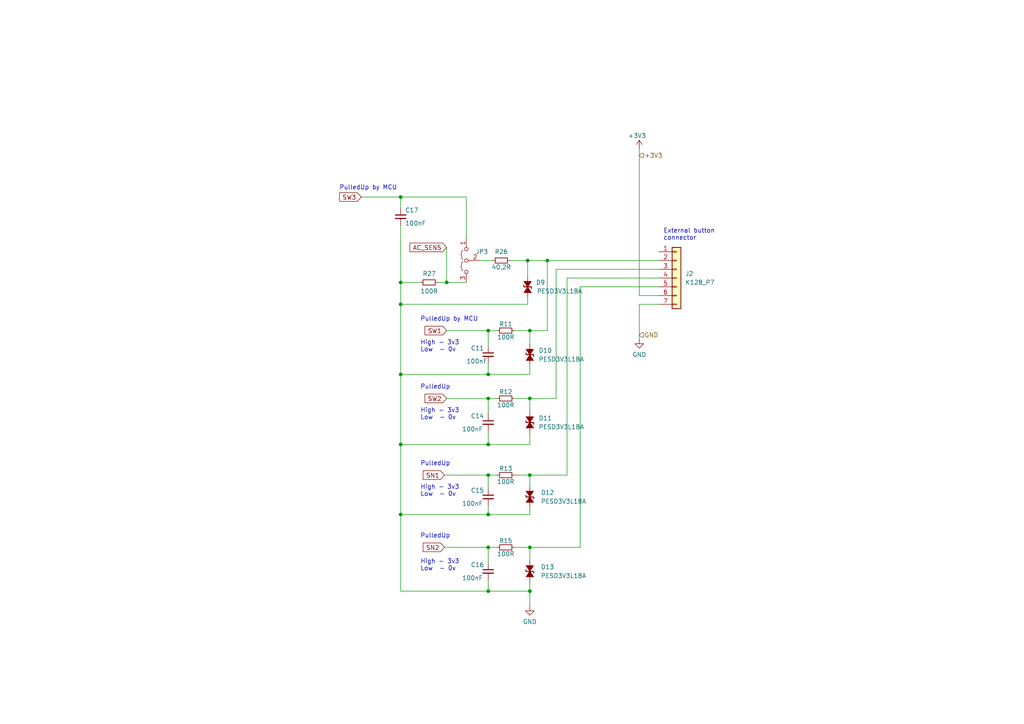
<source format=kicad_sch>
(kicad_sch (version 20250114) (generator "eeschema") (generator_version "9.0")
  (paper "A4")
  (title_block (date "2023-10-01") (rev "12"))
  (lib_symbols
    (symbol "C_Small_1" (pin_numbers (hide yes)) (pin_names (offset 0.254) (hide yes))
      (property "Reference" "C11" (at -5.08 1.905 0))
      (property "Value" "100nF" (at -6.35 -1.905 0))
      (symbol "C_Small_1_0_1"
        (polyline (pts (xy -1.524 0.508) (xy 1.524 0.508)) (stroke (width 0.3048)))
        (polyline (pts (xy -1.524 -0.508) (xy 1.524 -0.508)) (stroke (width 0.3302)))
      )
      (symbol "C_Small_1_1_1"
        (pin passive line (at 0 2.54 270) (length 2.032) (name "~") (number "1"))
        (pin passive line (at 0 -2.54 90) (length 2.032) (name "~") (number "2"))
      )
    )
    (symbol "Connector_Generic:Conn_01x07" (pin_names (offset 1.016) (hide yes))
      (property "Reference" "J" (at 0 10.16 0))
      (property "Value" "Conn_01x07" (at 0 -10.16 0))
      (symbol "Conn_01x07_1_1"
        (rectangle (start -1.27 8.89) (end 1.27 -8.89) (stroke (width 0.254)) (fill (type background)))
        (rectangle (start -1.27 7.747) (end 0 7.493) (stroke (width 0.1524)))
        (rectangle (start -1.27 5.207) (end 0 4.953) (stroke (width 0.1524)))
        (rectangle (start -1.27 2.667) (end 0 2.413) (stroke (width 0.1524)))
        (rectangle (start -1.27 0.127) (end 0 -0.127) (stroke (width 0.1524)))
        (rectangle (start -1.27 -2.413) (end 0 -2.667) (stroke (width 0.1524)))
        (rectangle (start -1.27 -4.953) (end 0 -5.207) (stroke (width 0.1524)))
        (rectangle (start -1.27 -7.493) (end 0 -7.747) (stroke (width 0.1524)))
        (pin passive line (at -5.08 7.62 0) (length 3.81) (name "Pin_1") (number "1"))
        (pin passive line (at -5.08 5.08 0) (length 3.81) (name "Pin_2") (number "2"))
        (pin passive line (at -5.08 2.54 0) (length 3.81) (name "Pin_3") (number "3"))
        (pin passive line (at -5.08 0 0) (length 3.81) (name "Pin_4") (number "4"))
        (pin passive line (at -5.08 -2.54 0) (length 3.81) (name "Pin_5") (number "5"))
        (pin passive line (at -5.08 -5.08 0) (length 3.81) (name "Pin_6") (number "6"))
        (pin passive line (at -5.08 -7.62 0) (length 3.81) (name "Pin_7") (number "7"))
      )
    )
    (symbol "Device:C_Small" (pin_numbers (hide yes)) (pin_names (offset 0.254) (hide yes))
      (property "Reference" "C" (at 0.254 1.778 0))
      (property "Value" "C_Small" (at 0.254 -2.032 0))
      (symbol "C_Small_0_1"
        (polyline (pts (xy -1.524 0.508) (xy 1.524 0.508)) (stroke (width 0.3048)))
        (polyline (pts (xy -1.524 -0.508) (xy 1.524 -0.508)) (stroke (width 0.3302)))
      )
      (symbol "C_Small_1_1"
        (pin passive line (at 0 2.54 270) (length 2.032) (name "~") (number "1"))
        (pin passive line (at 0 -2.54 90) (length 2.032) (name "~") (number "2"))
      )
    )
    (symbol "Device:R_Small" (pin_numbers (hide yes)) (pin_names (offset 0.254) (hide yes))
      (property "Reference" "R" (at 0.762 0.508 0))
      (property "Value" "R_Small" (at 0.762 -1.016 0))
      (symbol "R_Small_0_1"
        (rectangle (start -0.762 1.778) (end 0.762 -1.778) (stroke (width 0.2032)))
      )
      (symbol "R_Small_1_1"
        (pin passive line (at 0 2.54 270) (length 0.762) (name "~") (number "1"))
        (pin passive line (at 0 -2.54 90) (length 0.762) (name "~") (number "2"))
      )
    )
    (symbol "Jumper:Jumper_3_Open" (pin_names (offset 0) (hide yes))
      (property "Reference" "JP" (at -2.54 -2.54 0))
      (property "Value" "Jumper_3_Open" (at 0 2.794 0))
      (symbol "Jumper_3_Open_0_0"
        (circle (center -3.302 0) (radius 0.508))
        (circle (center 0 0) (radius 0.508))
        (circle (center 3.302 0) (radius 0.508))
      )
      (symbol "Jumper_3_Open_0_1"
        (arc (start -3.048 1.016) (mid -1.651 1.4992) (end -0.254 1.016))
        (polyline (pts (xy 0 -0.508) (xy 0 -1.27)))
        (arc (start 0.254 1.016) (mid 1.651 1.4992) (end 3.048 1.016))
      )
      (symbol "Jumper_3_Open_1_1"
        (pin passive line (at -6.35 0 0) (length 2.54) (name "A") (number "1"))
        (pin passive line (at 0 -3.81 90) (length 2.54) (name "C") (number "2"))
        (pin passive line (at 6.35 0 180) (length 2.54) (name "B") (number "3"))
      )
    )
    (symbol "Power_Protection_Local:PESD3V3L1BA" (pin_numbers (hide yes)) (pin_names (offset 0.254) (hide yes))
      (property "Reference" "D" (at -0.7112 2.6416 0))
      (property "Value" "PESD3V3L1BA" (at -0.635 -2.286 0))
      (symbol "PESD3V3L1BA_0_1"
        (polyline (pts (xy -1.651 -1.016) (xy -0.127 0) (xy -1.651 1.016) (xy -1.651 -1.016)) (stroke (width 0.254)) (fill (type outline)))
        (polyline (pts (xy -0.506 -1.1163) (xy 0.002 -1.1163) (xy 0.002 0.9157)) (stroke (width 0.254)))
        (polyline (pts (xy 0.508 1.1176) (xy 0 1.1176) (xy 0 -0.9144)) (stroke (width 0.254)))
        (polyline (pts (xy 1.524 1.016) (xy 0 0) (xy 1.524 -1.016) (xy 1.524 1.016)) (stroke (width 0.254)) (fill (type outline)))
      )
      (symbol "PESD3V3L1BA_1_1"
        (pin passive line (at -3.175 0 0) (length 1.778) (name "K") (number "1"))
        (pin passive line (at 3.175 0 180) (length 1.778) (name "A") (number "2"))
      )
    )
    (symbol "power:+3V3" (power) (pin_names (offset 0))
      (property "Value" "+3V3" (at 0 3.556 0))
      (symbol "+3V3_0_1"
        (polyline (pts (xy -0.762 1.27) (xy 0 2.54)))
        (polyline (pts (xy 0 2.54) (xy 0.762 1.27)))
        (polyline (pts (xy 0 0) (xy 0 2.54)))
      )
      (symbol "+3V3_1_1"
        (pin power_in line (at 0 0 90) (length 0) (hide yes) (name "+3V3") (number "1"))
      )
    )
    (symbol "power:GND" (power) (pin_names (offset 0))
      (property "Value" "GND" (at 0 -3.81 0))
      (symbol "GND_0_1"
        (polyline (pts (xy 0 0) (xy 0 -1.27) (xy 1.27 -1.27) (xy 0 -2.54) (xy -1.27 -1.27) (xy 0 -1.27)))
      )
      (symbol "GND_1_1"
        (pin power_in line (at 0 0 270) (length 0) (hide yes) (name "GND") (number "1"))
      )
    )
  )
  (text "External button\nconnector" (at 192.405 69.85 0) (effects (font (size 1.27 1.27)) (justify left bottom)))
  (text "PulledUp" (at 121.92 156.21 0) (effects (font (size 1.27 1.27)) (justify left bottom)))
  (text "PulledUp by MCU" (at 98.425 55.245 0) (effects (font (size 1.27 1.27)) (justify left bottom)))
  (text "PulledUp" (at 121.92 113.03 0) (effects (font (size 1.27 1.27)) (justify left bottom)))
  (text "High - 3v3\nLow  - 0v" (at 121.92 144.145 0) (effects (font (size 1.27 1.27)) (justify left bottom)))
  (text "High - 3v3\nLow  - 0v" (at 121.92 121.92 0) (effects (font (size 1.27 1.27)) (justify left bottom)))
  (text "High - 3v3\nLow  - 0v" (at 121.92 102.235 0) (effects (font (size 1.27 1.27)) (justify left bottom)))
  (text "PulledUp" (at 121.92 135.255 0) (effects (font (size 1.27 1.27)) (justify left bottom)))
  (text "PulledUp by MCU" (at 121.92 93.345 0) (effects (font (size 1.27 1.27)) (justify left bottom)))
  (text "High - 3v3\nLow  - 0v" (at 121.92 165.735 0) (effects (font (size 1.27 1.27)) (justify left bottom)))
  (junction (at 116.205 108.585))
  (junction (at 141.605 95.885))
  (junction (at 141.605 115.57))
  (junction (at 141.605 108.585))
  (junction (at 141.605 137.795))
  (junction (at 153.67 95.885))
  (junction (at 116.205 149.225))
  (junction (at 141.605 149.225))
  (junction (at 153.035 75.565))
  (junction (at 116.205 81.915))
  (junction (at 158.75 75.565))
  (junction (at 116.205 128.905))
  (junction (at 141.605 158.75))
  (junction (at 153.67 115.57))
  (junction (at 141.605 128.905))
  (junction (at 153.67 158.75))
  (junction (at 116.205 57.15))
  (junction (at 141.605 171.45))
  (junction (at 116.205 88.265))
  (junction (at 153.67 137.795))
  (junction (at 153.67 171.45))
  (junction (at 129.54 81.915))
  (wire (pts (xy 153.67 149.225) (xy 153.67 147.32)))
  (wire (pts (xy 129.54 71.755) (xy 129.54 81.915)))
  (wire (pts (xy 116.205 57.15) (xy 116.205 60.325)))
  (wire (pts (xy 141.605 115.57) (xy 144.145 115.57)))
  (wire (pts (xy 141.605 158.75) (xy 144.145 158.75)))
  (wire (pts (xy 116.205 81.915) (xy 121.92 81.915)))
  (wire (pts (xy 149.225 158.75) (xy 153.67 158.75)))
  (wire (pts (xy 153.67 158.75) (xy 168.275 158.75)))
  (wire (pts (xy 116.205 149.225) (xy 141.605 149.225)))
  (wire (pts (xy 116.205 128.905) (xy 116.205 149.225)))
  (wire (pts (xy 128.905 158.75) (xy 141.605 158.75)))
  (wire (pts (xy 164.465 80.645) (xy 191.135 80.645)))
  (wire (pts (xy 141.605 125.095) (xy 141.605 128.905)))
  (wire (pts (xy 164.465 137.795) (xy 164.465 80.645)))
  (wire (pts (xy 153.67 137.795) (xy 164.465 137.795)))
  (wire (pts (xy 185.42 88.265) (xy 191.135 88.265)))
  (wire (pts (xy 153.67 171.45) (xy 153.67 175.895)))
  (wire (pts (xy 153.67 106.045) (xy 153.67 108.585)))
  (wire (pts (xy 116.205 108.585) (xy 116.205 128.905)))
  (wire (pts (xy 116.205 57.15) (xy 135.255 57.15)))
  (wire (pts (xy 153.035 75.565) (xy 158.75 75.565)))
  (wire (pts (xy 185.42 88.265) (xy 185.42 98.425)))
  (wire (pts (xy 153.67 95.885) (xy 158.75 95.885)))
  (wire (pts (xy 141.605 105.41) (xy 141.605 108.585)))
  (wire (pts (xy 141.605 95.885) (xy 141.605 100.33)))
  (wire (pts (xy 116.205 88.265) (xy 153.035 88.265)))
  (wire (pts (xy 141.605 115.57) (xy 141.605 120.015)))
  (wire (pts (xy 153.67 158.75) (xy 153.67 162.56)))
  (wire (pts (xy 153.67 128.905) (xy 153.67 125.73)))
  (wire (pts (xy 168.275 158.75) (xy 168.275 83.185)))
  (wire (pts (xy 141.605 149.225) (xy 153.67 149.225)))
  (wire (pts (xy 127 81.915) (xy 129.54 81.915)))
  (wire (pts (xy 135.255 57.15) (xy 135.255 69.215)))
  (wire (pts (xy 147.955 75.565) (xy 153.035 75.565)))
  (wire (pts (xy 153.67 171.45) (xy 153.67 168.91)))
  (wire (pts (xy 141.605 158.75) (xy 141.605 163.195)))
  (wire (pts (xy 129.54 81.915) (xy 135.255 81.915)))
  (wire (pts (xy 168.275 83.185) (xy 191.135 83.185)))
  (wire (pts (xy 116.205 171.45) (xy 141.605 171.45)))
  (wire (pts (xy 116.205 128.905) (xy 141.605 128.905)))
  (wire (pts (xy 116.205 81.915) (xy 116.205 88.265)))
  (wire (pts (xy 149.225 137.795) (xy 153.67 137.795)))
  (wire (pts (xy 153.67 115.57) (xy 153.67 119.38)))
  (wire (pts (xy 185.42 43.18) (xy 185.42 85.725)))
  (wire (pts (xy 185.42 85.725) (xy 191.135 85.725)))
  (wire (pts (xy 158.75 75.565) (xy 191.135 75.565)))
  (wire (pts (xy 153.67 137.795) (xy 153.67 140.97)))
  (wire (pts (xy 141.605 128.905) (xy 153.67 128.905)))
  (wire (pts (xy 116.205 65.405) (xy 116.205 81.915)))
  (wire (pts (xy 153.035 75.565) (xy 153.035 80.01)))
  (wire (pts (xy 141.605 108.585) (xy 153.67 108.585)))
  (wire (pts (xy 116.205 149.225) (xy 116.205 171.45)))
  (wire (pts (xy 129.54 115.57) (xy 141.605 115.57)))
  (wire (pts (xy 153.67 115.57) (xy 161.29 115.57)))
  (wire (pts (xy 161.29 78.105) (xy 191.135 78.105)))
  (wire (pts (xy 141.605 168.275) (xy 141.605 171.45)))
  (wire (pts (xy 141.605 149.225) (xy 141.605 146.685)))
  (wire (pts (xy 153.035 86.36) (xy 153.035 88.265)))
  (wire (pts (xy 141.605 108.585) (xy 116.205 108.585)))
  (wire (pts (xy 141.605 95.885) (xy 144.145 95.885)))
  (wire (pts (xy 149.225 115.57) (xy 153.67 115.57)))
  (wire (pts (xy 129.54 95.885) (xy 141.605 95.885)))
  (wire (pts (xy 153.67 95.885) (xy 153.67 99.695)))
  (wire (pts (xy 128.905 137.795) (xy 141.605 137.795)))
  (wire (pts (xy 141.605 137.795) (xy 141.605 141.605)))
  (wire (pts (xy 104.775 57.15) (xy 116.205 57.15)))
  (wire (pts (xy 149.225 95.885) (xy 153.67 95.885)))
  (wire (pts (xy 141.605 171.45) (xy 153.67 171.45)))
  (wire (pts (xy 141.605 137.795) (xy 144.145 137.795)))
  (wire (pts (xy 161.29 115.57) (xy 161.29 78.105)))
  (wire (pts (xy 116.205 88.265) (xy 116.205 108.585)))
  (wire (pts (xy 158.75 75.565) (xy 158.75 95.885)))
  (wire (pts (xy 139.065 75.565) (xy 142.875 75.565)))
  (global_label "AC_SENS" (shape input) (at 129.54 71.755 180) (property "Intersheetrefs" "${INTERSHEET_REFS}" (effects (hide yes))))
  (global_label "SW2" (shape input) (at 129.54 115.57 180) (property "Intersheetrefs" "${INTERSHEET_REFS}" (effects (hide yes))))
  (global_label "SN1" (shape input) (at 128.905 137.795 180) (property "Intersheetrefs" "${INTERSHEET_REFS}" (effects (hide yes))))
  (global_label "SN2" (shape input) (at 128.905 158.75 180) (property "Intersheetrefs" "${INTERSHEET_REFS}" (effects (hide yes))))
  (global_label "SW3" (shape input) (at 104.775 57.15 180) (property "Intersheetrefs" "${INTERSHEET_REFS}" (effects (hide yes))))
  (global_label "SW1" (shape input) (at 129.54 95.885 180) (property "Intersheetrefs" "${INTERSHEET_REFS}" (effects (hide yes))))
  (hierarchical_label "GND" (shape input) (at 185.42 97.155 0))
  (hierarchical_label "+3V3" (shape input) (at 185.42 45.085 0))
  (symbol (lib_id "power:+3V3") (at 185.42 43.18 0) (unit 1)
    (property "Reference" "#PWR037" (effects (hide yes)))
    (property "Value" "+3V3" (at 184.785 39.37 0))
  )
  (symbol (lib_id "Power_Protection_Local:PESD3V3L1BA") (at 153.67 122.555 270) (unit 1)
    (property "Reference" "D11" (at 156.21 121.285 90) (effects (justify left)))
    (property "Value" "PESD3V3L1BA" (at 156.21 123.825 90) (effects (justify left)))
    (property "Footprint" "Diode_SMD:D_SOD-323_HandSoldering" (effects (hide yes)))
    (property "Datasheet" "https://static.chipdip.ru/lib/297/DOC021297007.pdf" (effects (hide yes)))
  )
  (symbol (lib_name "C_Small_1") (lib_id "Device:C_Small") (at 141.605 102.87 0) (unit 1)
    (property "Reference" "C11" (at 136.525 100.965 0) (effects (justify left)))
    (property "Value" "100nF" (at 135.255 104.775 0) (effects (justify left)))
    (property "Footprint" "Capacitor_SMD:C_0805_2012Metric" (effects (hide yes)))
    (property "comments" "6v" (effects (hide yes)))
  )
  (symbol (lib_id "Power_Protection_Local:PESD3V3L1BA") (at 153.67 165.735 270) (unit 1)
    (property "Reference" "D13" (at 156.845 164.465 90) (effects (justify left)))
    (property "Value" "PESD3V3L1BA" (at 156.845 167.005 90) (effects (justify left)))
    (property "Footprint" "Diode_SMD:D_SOD-323_HandSoldering" (effects (hide yes)))
    (property "Datasheet" "https://static.chipdip.ru/lib/297/DOC021297007.pdf" (effects (hide yes)))
  )
  (symbol (lib_id "Device:C_Small") (at 141.605 122.555 0) (unit 1)
    (property "Reference" "C14" (at 136.525 120.65 0) (effects (justify left)))
    (property "Value" "100nF" (at 133.985 124.46 0) (effects (justify left)))
    (property "Footprint" "Capacitor_SMD:C_0805_2012Metric" (effects (hide yes)))
    (property "comments" "6v" (effects (hide yes)))
  )
  (symbol (lib_id "Device:R_Small") (at 145.415 75.565 270) (unit 1)
    (property "Reference" "R26" (at 145.415 73.025 90))
    (property "Value" "40,2R" (at 145.415 77.47 90))
    (property "Footprint" "Resistor_SMD:R_0603_1608Metric_Pad0.98x0.95mm_HandSolder" (effects (hide yes)))
    (property "comments" "Tolerance 0,1%" (effects (hide yes)))
  )
  (symbol (lib_id "Jumper:Jumper_3_Open") (at 135.255 75.565 90) (mirror x) (unit 1)
    (property "Reference" "JP3" (at 141.605 73.025 90) (effects (justify left)))
    (property "Value" "jmp3" (effects (hide yes)))
    (property "Footprint" "Jumper:SolderJumper-3_P1.3mm_Open_RoundedPad1.0x1.5mm_NumberLabels" (effects (hide yes)))
    (property "descr" "DNP" (effects (hide yes)))
  )
  (symbol (lib_id "Device:R_Small") (at 146.685 158.75 270) (unit 1)
    (property "Reference" "R15" (at 146.685 156.845 90))
    (property "Value" "100R" (at 146.685 160.655 90))
    (property "Footprint" "Resistor_SMD:R_0603_1608Metric_Pad0.98x0.95mm_HandSolder" (effects (hide yes)))
  )
  (symbol (lib_id "Device:C_Small") (at 141.605 144.145 0) (unit 1)
    (property "Reference" "C15" (at 136.525 142.24 0) (effects (justify left)))
    (property "Value" "100nF" (at 133.985 146.05 0) (effects (justify left)))
    (property "Footprint" "Capacitor_SMD:C_0805_2012Metric" (effects (hide yes)))
    (property "comments" "6v" (effects (hide yes)))
  )
  (symbol (lib_id "Device:C_Small") (at 116.205 62.865 0) (unit 1)
    (property "Reference" "C17" (at 117.475 60.96 0) (effects (justify left)))
    (property "Value" "100nF" (at 117.475 64.77 0) (effects (justify left)))
    (property "Footprint" "Capacitor_SMD:C_0805_2012Metric" (effects (hide yes)))
    (property "comments" "6v" (effects (hide yes)))
  )
  (symbol (lib_id "Device:R_Small") (at 124.46 81.915 90) (unit 1)
    (property "Reference" "R27" (at 122.555 79.375 90) (effects (justify right)))
    (property "Value" "100R" (at 121.92 84.455 90) (effects (justify right)))
    (property "Footprint" "Resistor_SMD:R_0603_1608Metric_Pad0.98x0.95mm_HandSolder" (effects (hide yes)))
  )
  (symbol (lib_id "Device:R_Small") (at 146.685 137.795 270) (unit 1)
    (property "Reference" "R13" (at 146.685 135.89 90))
    (property "Value" "100R" (at 146.685 139.7 90))
    (property "Footprint" "Resistor_SMD:R_0603_1608Metric_Pad0.98x0.95mm_HandSolder" (effects (hide yes)))
  )
  (symbol (lib_id "Device:R_Small") (at 146.685 115.57 270) (unit 1)
    (property "Reference" "R12" (at 146.685 113.665 90))
    (property "Value" "100R" (at 146.685 117.475 90))
    (property "Footprint" "Resistor_SMD:R_0603_1608Metric_Pad0.98x0.95mm_HandSolder" (effects (hide yes)))
  )
  (symbol (lib_id "Power_Protection_Local:PESD3V3L1BA") (at 153.67 144.145 270) (unit 1)
    (property "Reference" "D12" (at 156.845 142.875 90) (effects (justify left)))
    (property "Value" "PESD3V3L1BA" (at 156.845 145.415 90) (effects (justify left)))
    (property "Footprint" "Diode_SMD:D_SOD-323_HandSoldering" (effects (hide yes)))
    (property "Datasheet" "https://static.chipdip.ru/lib/297/DOC021297007.pdf" (effects (hide yes)))
  )
  (symbol (lib_id "Connector_Generic:Conn_01x07") (at 196.215 80.645 0) (unit 1)
    (property "Reference" "J2" (at 198.755 79.375 0) (effects (justify left)))
    (property "Value" "K128_P7" (at 198.755 81.915 0) (effects (justify left)))
    (property "Footprint" "Connector_Phoenix_MPT:Phoenix Contact_MPT-0,5_7_2,54_P7" (effects (hide yes)))
    (property "comments" "KF128; Srew connector" (effects (hide yes)))
    (property "descr" "DNP" (effects (hide yes)))
  )
  (symbol (lib_id "power:GND") (at 185.42 98.425 0) (unit 1)
    (property "Reference" "#PWR035" (effects (hide yes)))
    (property "Value" "GND" (at 185.42 102.87 0))
  )
  (symbol (lib_id "Power_Protection_Local:PESD3V3L1BA") (at 153.67 102.87 90) (unit 1)
    (property "Reference" "D10" (at 156.21 101.6634 90) (effects (justify right)))
    (property "Value" "PESD3V3L1BA" (at 156.21 104.2034 90) (effects (justify right)))
    (property "Footprint" "Diode_SMD:D_SOD-323_HandSoldering" (effects (hide yes)))
    (property "Datasheet" "https://static.chipdip.ru/lib/297/DOC021297007.pdf" (effects (hide yes)))
  )
  (symbol (lib_id "Power_Protection_Local:PESD3V3L1BA") (at 153.035 83.185 90) (unit 1)
    (property "Reference" "D9" (at 158.115 81.915 90) (effects (justify left)))
    (property "Value" "PESD3V3L1BA" (at 168.91 84.455 90) (effects (justify left)))
    (property "Footprint" "Diode_SMD:D_SOD-323_HandSoldering" (effects (hide yes)))
    (property "Datasheet" "https://static.chipdip.ru/lib/297/DOC021297007.pdf" (effects (hide yes)))
  )
  (symbol (lib_id "Device:R_Small") (at 146.685 95.885 270) (unit 1)
    (property "Reference" "R11" (at 146.685 93.98 90))
    (property "Value" "100R" (at 146.685 97.79 90))
    (property "Footprint" "Resistor_SMD:R_0603_1608Metric_Pad0.98x0.95mm_HandSolder" (effects (hide yes)))
  )
  (symbol (lib_id "power:GND") (at 153.67 175.895 0) (unit 1)
    (property "Reference" "#PWR01" (effects (hide yes)))
    (property "Value" "GND" (at 153.67 180.34 0))
  )
  (symbol (lib_id "Device:C_Small") (at 141.605 165.735 0) (unit 1)
    (property "Reference" "C16" (at 136.525 163.83 0) (effects (justify left)))
    (property "Value" "100nF" (at 133.985 167.64 0) (effects (justify left)))
    (property "Footprint" "Capacitor_SMD:C_0805_2012Metric" (effects (hide yes)))
    (property "comments" "6v" (effects (hide yes)))
  )
)
</source>
